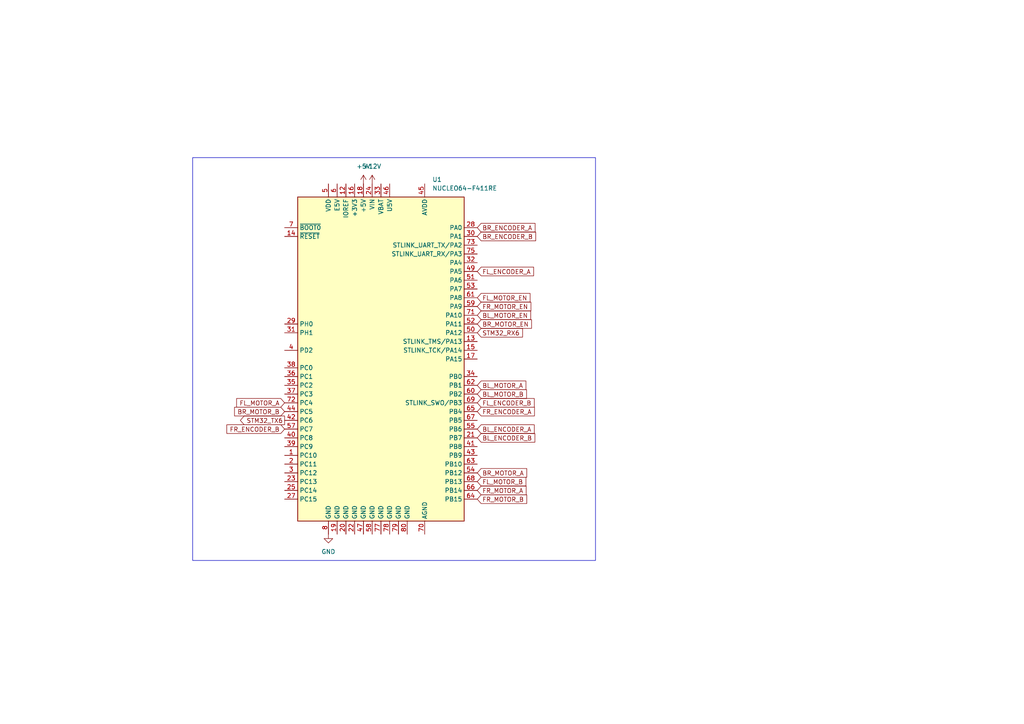
<source format=kicad_sch>
(kicad_sch (version 20230121) (generator eeschema)
  (paper "A4")
  (lib_symbols
    (symbol "MCU_Module:NUCLEO64-F411RE"
      (property "Reference" "U" (at -17.78 50.165 0))
      (property "Value" "NUCLEO64-F411RE" (at -17.78 48.26 0))
      (symbol "NUCLEO64-F411RE_0_1"
        (rectangle (start -24.13 -46.99) (end 24.13 46.99) (stroke (width 0.254)) (fill (type background)))
      )
      (symbol "NUCLEO64-F411RE_1_1"
        (pin bidirectional line (at -27.94 -27.94 0) (length 3.81) (name "PC10") (number "1"))
        (pin no_connect line (at -24.13 20.32 0) (length 3.81) hide (name "NC") (number "10"))
        (pin no_connect line (at -24.13 15.24 0) (length 3.81) hide (name "NC") (number "11"))
        (pin power_in line (at -10.16 50.8 270) (length 3.81) (name "IOREF") (number "12"))
        (pin bidirectional line (at 27.94 5.08 180) (length 3.81) (name "STLINK_TMS/PA13") (number "13"))
        (pin input line (at -27.94 35.56 0) (length 3.81) (name "~{RESET}") (number "14"))
        (pin bidirectional line (at 27.94 2.54 180) (length 3.81) (name "STLINK_TCK/PA14") (number "15"))
        (pin power_in line (at -7.62 50.8 270) (length 3.81) (name "+3V3") (number "16"))
        (pin bidirectional line (at 27.94 0 180) (length 3.81) (name "PA15") (number "17"))
        (pin power_in line (at -5.08 50.8 270) (length 3.81) (name "+5V") (number "18"))
        (pin power_in line (at -12.7 -50.8 90) (length 3.81) (name "GND") (number "19"))
        (pin bidirectional line (at -27.94 -30.48 0) (length 3.81) (name "PC11") (number "2"))
        (pin power_in line (at -10.16 -50.8 90) (length 3.81) (name "GND") (number "20"))
        (pin bidirectional line (at 27.94 -22.86 180) (length 3.81) (name "PB7") (number "21"))
        (pin power_in line (at -7.62 -50.8 90) (length 3.81) (name "GND") (number "22"))
        (pin bidirectional line (at -27.94 -35.56 0) (length 3.81) (name "PC13") (number "23"))
        (pin power_in line (at -2.54 50.8 270) (length 3.81) (name "VIN") (number "24"))
        (pin bidirectional line (at -27.94 -38.1 0) (length 3.81) (name "PC14") (number "25"))
        (pin no_connect line (at -24.13 22.86 0) (length 3.81) hide (name "NC") (number "26"))
        (pin bidirectional line (at -27.94 -40.64 0) (length 3.81) (name "PC15") (number "27"))
        (pin bidirectional line (at 27.94 38.1 180) (length 3.81) (name "PA0") (number "28"))
        (pin bidirectional line (at -27.94 10.16 0) (length 3.81) (name "PH0") (number "29"))
        (pin bidirectional line (at -27.94 -33.02 0) (length 3.81) (name "PC12") (number "3"))
        (pin bidirectional line (at 27.94 35.56 180) (length 3.81) (name "PA1") (number "30"))
        (pin bidirectional line (at -27.94 7.62 0) (length 3.81) (name "PH1") (number "31"))
        (pin bidirectional line (at 27.94 27.94 180) (length 3.81) (name "PA4") (number "32"))
        (pin power_in line (at 0 50.8 270) (length 3.81) (name "VBAT") (number "33"))
        (pin bidirectional line (at 27.94 -5.08 180) (length 3.81) (name "PB0") (number "34"))
        (pin bidirectional line (at -27.94 -7.62 0) (length 3.81) (name "PC2") (number "35"))
        (pin bidirectional line (at -27.94 -5.08 0) (length 3.81) (name "PC1") (number "36"))
        (pin bidirectional line (at -27.94 -10.16 0) (length 3.81) (name "PC3") (number "37"))
        (pin bidirectional line (at -27.94 -2.54 0) (length 3.81) (name "PC0") (number "38"))
        (pin bidirectional line (at -27.94 -25.4 0) (length 3.81) (name "PC9") (number "39"))
        (pin bidirectional line (at -27.94 2.54 0) (length 3.81) (name "PD2") (number "4"))
        (pin bidirectional line (at -27.94 -22.86 0) (length 3.81) (name "PC8") (number "40"))
        (pin bidirectional line (at 27.94 -25.4 180) (length 3.81) (name "PB8") (number "41"))
        (pin bidirectional line (at -27.94 -17.78 0) (length 3.81) (name "PC6") (number "42"))
        (pin bidirectional line (at 27.94 -27.94 180) (length 3.81) (name "PB9") (number "43"))
        (pin bidirectional line (at -27.94 -15.24 0) (length 3.81) (name "PC5") (number "44"))
        (pin power_in line (at 12.7 50.8 270) (length 3.81) (name "AVDD") (number "45"))
        (pin power_in line (at 2.54 50.8 270) (length 3.81) (name "U5V") (number "46"))
        (pin power_in line (at -5.08 -50.8 90) (length 3.81) (name "GND") (number "47"))
        (pin no_connect line (at -24.13 25.4 0) (length 3.81) hide (name "NC") (number "48"))
        (pin bidirectional line (at 27.94 25.4 180) (length 3.81) (name "PA5") (number "49"))
        (pin power_in line (at -15.24 50.8 270) (length 3.81) (name "VDD") (number "5"))
        (pin bidirectional line (at 27.94 7.62 180) (length 3.81) (name "PA12") (number "50"))
        (pin bidirectional line (at 27.94 22.86 180) (length 3.81) (name "PA6") (number "51"))
        (pin bidirectional line (at 27.94 10.16 180) (length 3.81) (name "PA11") (number "52"))
        (pin bidirectional line (at 27.94 20.32 180) (length 3.81) (name "PA7") (number "53"))
        (pin bidirectional line (at 27.94 -33.02 180) (length 3.81) (name "PB12") (number "54"))
        (pin bidirectional line (at 27.94 -20.32 180) (length 3.81) (name "PB6") (number "55"))
        (pin no_connect line (at -24.13 33.02 0) (length 3.81) hide (name "NC") (number "56"))
        (pin bidirectional line (at -27.94 -20.32 0) (length 3.81) (name "PC7") (number "57"))
        (pin power_in line (at -2.54 -50.8 90) (length 3.81) (name "GND") (number "58"))
        (pin bidirectional line (at 27.94 15.24 180) (length 3.81) (name "PA9") (number "59"))
        (pin power_in line (at -12.7 50.8 270) (length 3.81) (name "E5V") (number "6"))
        (pin bidirectional line (at 27.94 -10.16 180) (length 3.81) (name "PB2") (number "60"))
        (pin bidirectional line (at 27.94 17.78 180) (length 3.81) (name "PA8") (number "61"))
        (pin bidirectional line (at 27.94 -7.62 180) (length 3.81) (name "PB1") (number "62"))
        (pin bidirectional line (at 27.94 -30.48 180) (length 3.81) (name "PB10") (number "63"))
        (pin bidirectional line (at 27.94 -40.64 180) (length 3.81) (name "PB15") (number "64"))
        (pin bidirectional line (at 27.94 -15.24 180) (length 3.81) (name "PB4") (number "65"))
        (pin bidirectional line (at 27.94 -38.1 180) (length 3.81) (name "PB14") (number "66"))
        (pin bidirectional line (at 27.94 -17.78 180) (length 3.81) (name "PB5") (number "67"))
        (pin bidirectional line (at 27.94 -35.56 180) (length 3.81) (name "PB13") (number "68"))
        (pin bidirectional line (at 27.94 -12.7 180) (length 3.81) (name "STLINK_SWO/PB3") (number "69"))
        (pin input line (at -27.94 38.1 0) (length 3.81) (name "~{BOOT0}") (number "7"))
        (pin power_in line (at 12.7 -50.8 90) (length 3.81) (name "AGND") (number "70"))
        (pin bidirectional line (at 27.94 12.7 180) (length 3.81) (name "PA10") (number "71"))
        (pin bidirectional line (at -27.94 -12.7 0) (length 3.81) (name "PC4") (number "72"))
        (pin bidirectional line (at 27.94 33.02 180) (length 3.81) (name "STLINK_UART_TX/PA2") (number "73"))
        (pin no_connect line (at -24.13 30.48 0) (length 3.81) hide (name "NC") (number "74"))
        (pin bidirectional line (at 27.94 30.48 180) (length 3.81) (name "STLINK_UART_RX/PA3") (number "75"))
        (pin no_connect line (at -24.13 27.94 0) (length 3.81) hide (name "NC") (number "76"))
        (pin power_in line (at 0 -50.8 90) (length 3.81) (name "GND") (number "77"))
        (pin power_in line (at 2.54 -50.8 90) (length 3.81) (name "GND") (number "78"))
        (pin power_in line (at 5.08 -50.8 90) (length 3.81) (name "GND") (number "79"))
        (pin power_in line (at -15.24 -50.8 90) (length 3.81) (name "GND") (number "8"))
        (pin power_in line (at 7.62 -50.8 90) (length 3.81) (name "GND") (number "80"))
        (pin no_connect line (at -24.13 17.78 0) (length 3.81) hide (name "NC") (number "9"))
      )
    )
    (symbol "power:+12V" (power) (pin_names (offset 0))
      (property "Value" "+12V" (at 0 3.556 0))
      (symbol "+12V_0_1"
        (polyline (pts (xy -0.762 1.27) (xy 0 2.54)))
        (polyline (pts (xy 0 0) (xy 0 2.54)))
        (polyline (pts (xy 0 2.54) (xy 0.762 1.27)))
      )
      (symbol "+12V_1_1"
        (pin power_in line (at 0 0 90) (length 0) hide (name "+12V") (number "1"))
      )
    )
    (symbol "power:+5V" (power) (pin_names (offset 0))
      (property "Value" "+5V" (at 0 3.556 0))
      (symbol "+5V_0_1"
        (polyline (pts (xy -0.762 1.27) (xy 0 2.54)))
        (polyline (pts (xy 0 0) (xy 0 2.54)))
        (polyline (pts (xy 0 2.54) (xy 0.762 1.27)))
      )
      (symbol "+5V_1_1"
        (pin power_in line (at 0 0 90) (length 0) hide (name "+5V") (number "1"))
      )
    )
    (symbol "power:GND" (power) (pin_names (offset 0))
      (property "Value" "GND" (at 0 -3.81 0))
      (symbol "GND_0_1"
        (polyline (pts (xy 0 0) (xy 0 -1.27) (xy 1.27 -1.27) (xy 0 -2.54) (xy -1.27 -1.27) (xy 0 -1.27)))
      )
      (symbol "GND_1_1"
        (pin power_in line (at 0 0 270) (length 0) hide (name "GND") (number "1"))
      )
    )
  )
  (rectangle (start 55.88 45.72) (end 172.72 162.56))
  (global_label "FR_MOTOR_A" (shape input) (at 138.43 142.24 0) (property "Intersheetrefs" "${INTERSHEET_REFS}" (effects hide)))
  (global_label "FL_ENCODER_A" (shape input) (at 138.43 78.74 0) (property "Intersheetrefs" "${INTERSHEET_REFS}" (effects hide)))
  (global_label "BL_ENCODER_A" (shape input) (at 138.43 124.46 0) (property "Intersheetrefs" "${INTERSHEET_REFS}" (effects hide)))
  (global_label "FR_MOTOR_B" (shape input) (at 138.43 144.78 0) (property "Intersheetrefs" "${INTERSHEET_REFS}" (effects hide)))
  (global_label "BR_MOTOR_EN" (shape input) (at 138.43 93.98 0) (property "Intersheetrefs" "${INTERSHEET_REFS}" (effects hide)))
  (global_label "BR_ENCODER_B" (shape input) (at 138.43 68.58 0) (property "Intersheetrefs" "${INTERSHEET_REFS}" (effects hide)))
  (global_label "BL_MOTOR_A" (shape input) (at 138.43 111.76 0) (property "Intersheetrefs" "${INTERSHEET_REFS}" (effects hide)))
  (global_label "BL_MOTOR_EN" (shape input) (at 138.43 91.44 0) (property "Intersheetrefs" "${INTERSHEET_REFS}" (effects hide)))
  (global_label "BL_ENCODER_B" (shape input) (at 138.43 127 0) (property "Intersheetrefs" "${INTERSHEET_REFS}" (effects hide)))
  (global_label "BR_ENCODER_A" (shape input) (at 138.43 66.04 0) (property "Intersheetrefs" "${INTERSHEET_REFS}" (effects hide)))
  (global_label "BL_MOTOR_B" (shape input) (at 138.43 114.3 0) (property "Intersheetrefs" "${INTERSHEET_REFS}" (effects hide)))
  (global_label "FL_ENCODER_B" (shape input) (at 138.43 116.84 0) (property "Intersheetrefs" "${INTERSHEET_REFS}" (effects hide)))
  (global_label "BR_MOTOR_B" (shape input) (at 82.55 119.38 180) (property "Intersheetrefs" "${INTERSHEET_REFS}" (effects hide)))
  (global_label "FR_ENCODER_A" (shape input) (at 138.43 119.38 0) (property "Intersheetrefs" "${INTERSHEET_REFS}" (effects hide)))
  (global_label "FR_ENCODER_B" (shape input) (at 82.55 124.46 180) (property "Intersheetrefs" "${INTERSHEET_REFS}" (effects hide)))
  (global_label "STM32_TX6" (shape output) (at 82.55 121.92 180) (property "Intersheetrefs" "${INTERSHEET_REFS}" (effects hide)))
  (global_label "BR_MOTOR_A" (shape input) (at 138.43 137.16 0) (property "Intersheetrefs" "${INTERSHEET_REFS}" (effects hide)))
  (global_label "FL_MOTOR_EN" (shape input) (at 138.43 86.36 0) (property "Intersheetrefs" "${INTERSHEET_REFS}" (effects hide)))
  (global_label "FR_MOTOR_EN" (shape input) (at 138.43 88.9 0) (property "Intersheetrefs" "${INTERSHEET_REFS}" (effects hide)))
  (global_label "FL_MOTOR_A" (shape input) (at 82.55 116.84 180) (property "Intersheetrefs" "${INTERSHEET_REFS}" (effects hide)))
  (global_label "STM32_RX6" (shape input) (at 138.43 96.52 0) (property "Intersheetrefs" "${INTERSHEET_REFS}" (effects hide)))
  (global_label "FL_MOTOR_B" (shape input) (at 138.43 139.7 0) (property "Intersheetrefs" "${INTERSHEET_REFS}" (effects hide)))
  (symbol (lib_id "power:+5V") (at 105.41 53.34 0) (unit 1)
    (property "Reference" "#PWR02" (effects hide))
    (property "Value" "+5V" (at 105.41 48.26 0))
  )
  (symbol (lib_id "power:GND") (at 95.25 154.94 0) (unit 1)
    (property "Reference" "#PWR01" (effects hide))
    (property "Value" "GND" (at 95.25 160.02 0))
  )
  (symbol (lib_id "power:+12V") (at 107.95 53.34 0) (unit 1)
    (property "Reference" "#PWR03" (effects hide))
    (property "Value" "+12V" (at 107.95 48.26 0))
  )
  (symbol (lib_id "MCU_Module:NUCLEO64-F411RE") (at 110.49 104.14 0) (unit 1)
    (property "Reference" "U1" (at 125.3841 52.07 0) (effects (justify left)))
    (property "Value" "NUCLEO64-F411RE" (at 125.3841 54.61 0) (effects (justify left)))
    (property "Footprint" "Module:ST_Morpho_Connector_144_STLink" (effects hide))
    (property "Datasheet" "http://www.st.com/st-web-ui/static/active/en/resource/technical/document/data_brief/DM00105918.pdf" (effects hide))
  )
)
</source>
